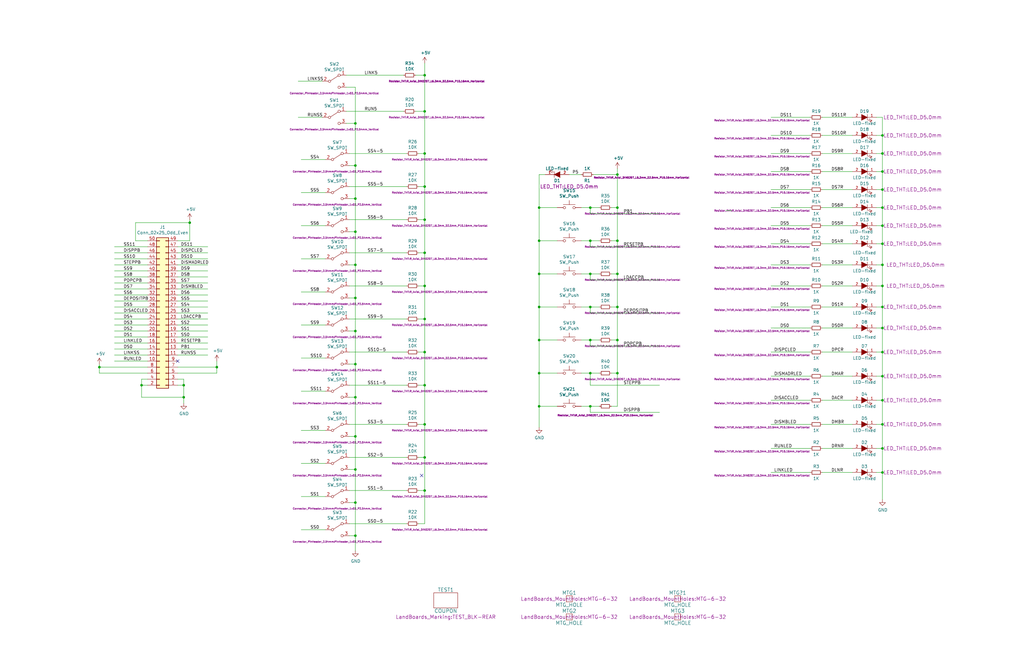
<source format=kicad_sch>
(kicad_sch (version 20211123) (generator eeschema)
  (paper "B")
  (title_block (title "ESP32-VGA") (date "2020-02-22") (rev "2") (company "land-boards.com"))
  (junction (at 179.07 207.01))
  (junction (at 260.35 101.6))
  (junction (at 372.11 111.76))
  (junction (at 179.07 31.75))
  (junction (at 179.07 78.74))
  (junction (at 149.86 52.07))
  (junction (at 149.86 125.73))
  (junction (at 179.07 64.77))
  (junction (at 149.86 153.67))
  (junction (at 372.11 138.43))
  (junction (at 227.33 101.6))
  (junction (at 248.92 87.63))
  (junction (at 179.07 134.62))
  (junction (at 227.33 129.54))
  (junction (at 227.33 157.48))
  (junction (at 91.44 154.94))
  (junction (at 248.92 101.6))
  (junction (at 149.86 226.06))
  (junction (at 149.86 69.85))
  (junction (at 248.92 143.51))
  (junction (at 372.11 72.39))
  (junction (at 248.92 115.57))
  (junction (at 260.35 157.48))
  (junction (at 179.07 162.56))
  (junction (at 179.07 179.07))
  (junction (at 227.33 143.51))
  (junction (at 260.35 73.66))
  (junction (at 372.11 87.63))
  (junction (at 80.01 93.98))
  (junction (at 227.33 87.63))
  (junction (at 149.86 111.76))
  (junction (at 179.07 92.71))
  (junction (at 149.86 167.64))
  (junction (at 372.11 120.65))
  (junction (at 41.91 154.94))
  (junction (at 372.11 158.75))
  (junction (at 260.35 129.54))
  (junction (at 149.86 212.09))
  (junction (at 77.47 167.64))
  (junction (at 372.11 199.39))
  (junction (at 149.86 139.7))
  (junction (at 372.11 168.91))
  (junction (at 372.11 95.25))
  (junction (at 77.47 162.56))
  (junction (at 260.35 115.57))
  (junction (at 372.11 102.87))
  (junction (at 59.69 162.56))
  (junction (at 149.86 83.82))
  (junction (at 179.07 120.65))
  (junction (at 372.11 57.15))
  (junction (at 372.11 64.77))
  (junction (at 179.07 106.68))
  (junction (at 248.92 171.45))
  (junction (at 149.86 198.12))
  (junction (at 179.07 148.59))
  (junction (at 372.11 189.23))
  (junction (at 372.11 129.54))
  (junction (at 179.07 193.04))
  (junction (at 179.07 46.99))
  (junction (at 227.33 115.57))
  (junction (at 372.11 80.01))
  (junction (at 248.92 157.48))
  (junction (at 149.86 97.79))
  (junction (at 372.11 179.07))
  (junction (at 149.86 184.15))
  (junction (at 372.11 148.59))
  (junction (at 260.35 87.63))
  (junction (at 248.92 129.54))
  (junction (at 260.35 143.51))
  (junction (at 227.33 171.45))
  (no_connect (at 74.93 152.4))
  (no_connect (at 177.8 200.66))
  (wire (pts (xy 245.11 115.57) (xy 248.92 115.57)))
  (wire (pts (xy 149.86 212.09) (xy 149.86 226.06)))
  (wire (pts (xy 62.23 144.78) (xy 48.26 144.78)))
  (wire (pts (xy 248.92 162.56) (xy 278.13 162.56)))
  (wire (pts (xy 147.32 162.56) (xy 171.45 162.56)))
  (wire (pts (xy 257.81 143.51) (xy 260.35 143.51)))
  (wire (pts (xy 245.11 157.48) (xy 248.92 157.48)))
  (wire (pts (xy 41.91 154.94) (xy 41.91 157.48)))
  (wire (pts (xy 147.32 120.65) (xy 171.45 120.65)))
  (wire (pts (xy 369.57 49.53) (xy 372.11 49.53)))
  (wire (pts (xy 341.63 148.59) (xy 325.12 148.59)))
  (wire (pts (xy 80.01 93.98) (xy 80.01 101.6)))
  (wire (pts (xy 248.92 173.99) (xy 278.13 173.99)))
  (wire (pts (xy 147.32 92.71) (xy 171.45 92.71)))
  (wire (pts (xy 372.11 129.54) (xy 372.11 120.65)))
  (wire (pts (xy 147.32 167.64) (xy 149.86 167.64)))
  (wire (pts (xy 346.71 138.43) (xy 359.41 138.43)))
  (wire (pts (xy 74.93 157.48) (xy 91.44 157.48)))
  (wire (pts (xy 179.07 46.99) (xy 179.07 64.77)))
  (wire (pts (xy 137.16 209.55) (xy 127 209.55)))
  (wire (pts (xy 62.23 111.76) (xy 48.26 111.76)))
  (wire (pts (xy 62.23 119.38) (xy 48.26 119.38)))
  (wire (pts (xy 149.86 36.83) (xy 146.05 36.83)))
  (wire (pts (xy 346.71 57.15) (xy 359.41 57.15)))
  (wire (pts (xy 372.11 179.07) (xy 372.11 168.91)))
  (wire (pts (xy 369.57 80.01) (xy 372.11 80.01)))
  (wire (pts (xy 245.11 73.66) (xy 240.03 73.66)))
  (wire (pts (xy 147.32 78.74) (xy 171.45 78.74)))
  (wire (pts (xy 260.35 143.51) (xy 260.35 129.54)))
  (wire (pts (xy 248.92 173.99) (xy 248.92 171.45)))
  (wire (pts (xy 137.16 165.1) (xy 127 165.1)))
  (wire (pts (xy 77.47 160.02) (xy 74.93 160.02)))
  (wire (pts (xy 245.11 143.51) (xy 248.92 143.51)))
  (wire (pts (xy 87.63 137.16) (xy 74.93 137.16)))
  (wire (pts (xy 260.35 101.6) (xy 260.35 87.63)))
  (wire (pts (xy 179.07 134.62) (xy 179.07 120.65)))
  (wire (pts (xy 227.33 87.63) (xy 234.95 87.63)))
  (wire (pts (xy 135.89 34.29) (xy 125.73 34.29)))
  (wire (pts (xy 179.07 179.07) (xy 176.53 179.07)))
  (wire (pts (xy 87.63 106.68) (xy 74.93 106.68)))
  (wire (pts (xy 87.63 132.08) (xy 74.93 132.08)))
  (wire (pts (xy 260.35 115.57) (xy 260.35 101.6)))
  (wire (pts (xy 369.57 199.39) (xy 372.11 199.39)))
  (wire (pts (xy 147.32 220.98) (xy 171.45 220.98)))
  (wire (pts (xy 227.33 73.66) (xy 229.87 73.66)))
  (wire (pts (xy 147.32 69.85) (xy 149.86 69.85)))
  (wire (pts (xy 147.32 97.79) (xy 149.86 97.79)))
  (wire (pts (xy 135.89 49.53) (xy 125.73 49.53)))
  (wire (pts (xy 137.16 109.22) (xy 127 109.22)))
  (wire (pts (xy 87.63 129.54) (xy 74.93 129.54)))
  (wire (pts (xy 62.23 162.56) (xy 59.69 162.56)))
  (wire (pts (xy 147.32 212.09) (xy 149.86 212.09)))
  (wire (pts (xy 227.33 171.45) (xy 227.33 157.48)))
  (wire (pts (xy 57.15 93.98) (xy 80.01 93.98)))
  (wire (pts (xy 137.16 95.25) (xy 127 95.25)))
  (wire (pts (xy 149.86 153.67) (xy 149.86 167.64)))
  (wire (pts (xy 149.86 52.07) (xy 149.86 36.83)))
  (wire (pts (xy 87.63 116.84) (xy 74.93 116.84)))
  (wire (pts (xy 147.32 134.62) (xy 171.45 134.62)))
  (wire (pts (xy 179.07 31.75) (xy 179.07 46.99)))
  (wire (pts (xy 87.63 114.3) (xy 74.93 114.3)))
  (wire (pts (xy 149.86 52.07) (xy 146.05 52.07)))
  (wire (pts (xy 227.33 143.51) (xy 227.33 129.54)))
  (wire (pts (xy 176.53 92.71) (xy 179.07 92.71)))
  (wire (pts (xy 346.71 129.54) (xy 359.41 129.54)))
  (wire (pts (xy 149.86 125.73) (xy 149.86 139.7)))
  (wire (pts (xy 248.92 115.57) (xy 252.73 115.57)))
  (wire (pts (xy 257.81 129.54) (xy 260.35 129.54)))
  (wire (pts (xy 341.63 199.39) (xy 325.12 199.39)))
  (wire (pts (xy 179.07 162.56) (xy 179.07 148.59)))
  (wire (pts (xy 74.93 154.94) (xy 91.44 154.94)))
  (wire (pts (xy 179.07 92.71) (xy 179.07 78.74)))
  (wire (pts (xy 41.91 154.94) (xy 62.23 154.94)))
  (wire (pts (xy 372.11 138.43) (xy 372.11 129.54)))
  (wire (pts (xy 346.71 179.07) (xy 359.41 179.07)))
  (wire (pts (xy 147.32 83.82) (xy 149.86 83.82)))
  (wire (pts (xy 179.07 26.67) (xy 179.07 31.75)))
  (wire (pts (xy 372.11 168.91) (xy 372.11 158.75)))
  (wire (pts (xy 179.07 220.98) (xy 176.53 220.98)))
  (wire (pts (xy 147.32 207.01) (xy 171.45 207.01)))
  (wire (pts (xy 248.92 132.08) (xy 278.13 132.08)))
  (wire (pts (xy 341.63 72.39) (xy 325.12 72.39)))
  (wire (pts (xy 248.92 157.48) (xy 252.73 157.48)))
  (wire (pts (xy 62.23 114.3) (xy 48.26 114.3)))
  (wire (pts (xy 62.23 116.84) (xy 48.26 116.84)))
  (wire (pts (xy 179.07 207.01) (xy 176.53 207.01)))
  (wire (pts (xy 77.47 162.56) (xy 74.93 162.56)))
  (wire (pts (xy 248.92 143.51) (xy 252.73 143.51)))
  (wire (pts (xy 146.05 31.75) (xy 170.18 31.75)))
  (wire (pts (xy 227.33 157.48) (xy 227.33 143.51)))
  (wire (pts (xy 245.11 101.6) (xy 248.92 101.6)))
  (wire (pts (xy 87.63 121.92) (xy 74.93 121.92)))
  (wire (pts (xy 87.63 119.38) (xy 74.93 119.38)))
  (wire (pts (xy 87.63 149.86) (xy 74.93 149.86)))
  (wire (pts (xy 369.57 129.54) (xy 372.11 129.54)))
  (wire (pts (xy 346.71 189.23) (xy 359.41 189.23)))
  (wire (pts (xy 87.63 144.78) (xy 74.93 144.78)))
  (wire (pts (xy 137.16 81.28) (xy 127 81.28)))
  (wire (pts (xy 62.23 139.7) (xy 48.26 139.7)))
  (wire (pts (xy 248.92 104.14) (xy 278.13 104.14)))
  (wire (pts (xy 62.23 104.14) (xy 48.26 104.14)))
  (wire (pts (xy 369.57 64.77) (xy 372.11 64.77)))
  (wire (pts (xy 147.32 111.76) (xy 149.86 111.76)))
  (wire (pts (xy 179.07 207.01) (xy 179.07 220.98)))
  (wire (pts (xy 248.92 129.54) (xy 248.92 132.08)))
  (wire (pts (xy 372.11 189.23) (xy 372.11 179.07)))
  (wire (pts (xy 149.86 97.79) (xy 149.86 111.76)))
  (wire (pts (xy 341.63 120.65) (xy 325.12 120.65)))
  (wire (pts (xy 369.57 179.07) (xy 372.11 179.07)))
  (wire (pts (xy 87.63 134.62) (xy 74.93 134.62)))
  (wire (pts (xy 369.57 111.76) (xy 372.11 111.76)))
  (wire (pts (xy 137.16 223.52) (xy 127 223.52)))
  (wire (pts (xy 41.91 154.94) (xy 41.91 153.67)))
  (wire (pts (xy 369.57 102.87) (xy 372.11 102.87)))
  (wire (pts (xy 149.86 226.06) (xy 149.86 232.41)))
  (wire (pts (xy 87.63 109.22) (xy 74.93 109.22)))
  (wire (pts (xy 59.69 160.02) (xy 62.23 160.02)))
  (wire (pts (xy 372.11 64.77) (xy 372.11 57.15)))
  (wire (pts (xy 62.23 142.24) (xy 48.26 142.24)))
  (wire (pts (xy 62.23 121.92) (xy 48.26 121.92)))
  (wire (pts (xy 245.11 87.63) (xy 248.92 87.63)))
  (wire (pts (xy 260.35 157.48) (xy 260.35 143.51)))
  (wire (pts (xy 41.91 157.48) (xy 62.23 157.48)))
  (wire (pts (xy 147.32 125.73) (xy 149.86 125.73)))
  (wire (pts (xy 369.57 120.65) (xy 372.11 120.65)))
  (wire (pts (xy 248.92 146.05) (xy 278.13 146.05)))
  (wire (pts (xy 341.63 95.25) (xy 325.12 95.25)))
  (wire (pts (xy 341.63 111.76) (xy 325.12 111.76)))
  (wire (pts (xy 176.53 78.74) (xy 179.07 78.74)))
  (wire (pts (xy 341.63 57.15) (xy 325.12 57.15)))
  (wire (pts (xy 227.33 101.6) (xy 227.33 87.63)))
  (wire (pts (xy 341.63 179.07) (xy 325.12 179.07)))
  (wire (pts (xy 346.71 64.77) (xy 359.41 64.77)))
  (wire (pts (xy 346.71 87.63) (xy 359.41 87.63)))
  (wire (pts (xy 62.23 149.86) (xy 48.26 149.86)))
  (wire (pts (xy 257.81 87.63) (xy 260.35 87.63)))
  (wire (pts (xy 260.35 71.12) (xy 260.35 73.66)))
  (wire (pts (xy 248.92 146.05) (xy 248.92 143.51)))
  (wire (pts (xy 87.63 104.14) (xy 74.93 104.14)))
  (wire (pts (xy 149.86 198.12) (xy 149.86 212.09)))
  (wire (pts (xy 227.33 115.57) (xy 234.95 115.57)))
  (wire (pts (xy 77.47 167.64) (xy 77.47 170.18)))
  (wire (pts (xy 62.23 127) (xy 48.26 127)))
  (wire (pts (xy 62.23 124.46) (xy 48.26 124.46)))
  (wire (pts (xy 147.32 179.07) (xy 171.45 179.07)))
  (wire (pts (xy 87.63 139.7) (xy 74.93 139.7)))
  (wire (pts (xy 179.07 148.59) (xy 179.07 134.62)))
  (wire (pts (xy 176.53 162.56) (xy 179.07 162.56)))
  (wire (pts (xy 227.33 129.54) (xy 227.33 115.57)))
  (wire (pts (xy 179.07 78.74) (xy 179.07 64.77)))
  (wire (pts (xy 341.63 64.77) (xy 325.12 64.77)))
  (wire (pts (xy 77.47 162.56) (xy 77.47 160.02)))
  (wire (pts (xy 149.86 111.76) (xy 149.86 125.73)))
  (wire (pts (xy 369.57 72.39) (xy 372.11 72.39)))
  (wire (pts (xy 227.33 115.57) (xy 227.33 101.6)))
  (wire (pts (xy 175.26 31.75) (xy 179.07 31.75)))
  (wire (pts (xy 149.86 139.7) (xy 149.86 153.67)))
  (wire (pts (xy 179.07 193.04) (xy 179.07 207.01)))
  (wire (pts (xy 147.32 64.77) (xy 171.45 64.77)))
  (wire (pts (xy 59.69 162.56) (xy 59.69 160.02)))
  (wire (pts (xy 149.86 69.85) (xy 149.86 83.82)))
  (wire (pts (xy 245.11 171.45) (xy 248.92 171.45)))
  (wire (pts (xy 369.57 57.15) (xy 372.11 57.15)))
  (wire (pts (xy 77.47 167.64) (xy 77.47 162.56)))
  (wire (pts (xy 248.92 101.6) (xy 252.73 101.6)))
  (wire (pts (xy 137.16 195.58) (xy 127 195.58)))
  (wire (pts (xy 87.63 124.46) (xy 74.93 124.46)))
  (wire (pts (xy 372.11 80.01) (xy 372.11 72.39)))
  (wire (pts (xy 80.01 93.98) (xy 80.01 92.71)))
  (wire (pts (xy 149.86 83.82) (xy 149.86 97.79)))
  (wire (pts (xy 341.63 129.54) (xy 325.12 129.54)))
  (wire (pts (xy 147.32 193.04) (xy 171.45 193.04)))
  (wire (pts (xy 257.81 171.45) (xy 260.35 171.45)))
  (wire (pts (xy 372.11 72.39) (xy 372.11 64.77)))
  (wire (pts (xy 62.23 147.32) (xy 48.26 147.32)))
  (wire (pts (xy 179.07 179.07) (xy 179.07 193.04)))
  (wire (pts (xy 176.53 64.77) (xy 179.07 64.77)))
  (wire (pts (xy 87.63 142.24) (xy 74.93 142.24)))
  (wire (pts (xy 137.16 137.16) (xy 127 137.16)))
  (wire (pts (xy 257.81 101.6) (xy 260.35 101.6)))
  (wire (pts (xy 248.92 162.56) (xy 248.92 157.48)))
  (wire (pts (xy 227.33 180.34) (xy 227.33 171.45)))
  (wire (pts (xy 346.71 72.39) (xy 359.41 72.39)))
  (wire (pts (xy 346.71 158.75) (xy 359.41 158.75)))
  (wire (pts (xy 372.11 102.87) (xy 372.11 95.25)))
  (wire (pts (xy 245.11 129.54) (xy 248.92 129.54)))
  (wire (pts (xy 147.32 184.15) (xy 149.86 184.15)))
  (wire (pts (xy 369.57 158.75) (xy 372.11 158.75)))
  (wire (pts (xy 359.41 168.91) (xy 346.71 168.91)))
  (wire (pts (xy 260.35 129.54) (xy 260.35 115.57)))
  (wire (pts (xy 62.23 132.08) (xy 48.26 132.08)))
  (wire (pts (xy 346.71 120.65) (xy 359.41 120.65)))
  (wire (pts (xy 87.63 111.76) (xy 74.93 111.76)))
  (wire (pts (xy 372.11 199.39) (xy 372.11 210.82)))
  (wire (pts (xy 147.32 139.7) (xy 149.86 139.7)))
  (wire (pts (xy 87.63 127) (xy 74.93 127)))
  (wire (pts (xy 359.41 111.76) (xy 346.71 111.76)))
  (wire (pts (xy 147.32 153.67) (xy 149.86 153.67)))
  (wire (pts (xy 147.32 198.12) (xy 149.86 198.12)))
  (wire (pts (xy 248.92 129.54) (xy 252.73 129.54)))
  (wire (pts (xy 179.07 120.65) (xy 179.07 106.68)))
  (wire (pts (xy 278.13 118.11) (xy 248.92 118.11)))
  (wire (pts (xy 137.16 151.13) (xy 127 151.13)))
  (wire (pts (xy 346.71 148.59) (xy 359.41 148.59)))
  (wire (pts (xy 62.23 101.6) (xy 57.15 101.6)))
  (wire (pts (xy 176.53 134.62) (xy 179.07 134.62)))
  (wire (pts (xy 248.92 87.63) (xy 248.92 90.17)))
  (wire (pts (xy 248.92 171.45) (xy 252.73 171.45)))
  (wire (pts (xy 369.57 148.59) (xy 372.11 148.59)))
  (wire (pts (xy 179.07 162.56) (xy 179.07 179.07)))
  (wire (pts (xy 227.33 157.48) (xy 234.95 157.48)))
  (wire (pts (xy 62.23 109.22) (xy 48.26 109.22)))
  (wire (pts (xy 62.23 152.4) (xy 48.26 152.4)))
  (wire (pts (xy 341.63 49.53) (xy 325.12 49.53)))
  (wire (pts (xy 369.57 95.25) (xy 372.11 95.25)))
  (wire (pts (xy 372.11 199.39) (xy 372.11 189.23)))
  (wire (pts (xy 147.32 226.06) (xy 149.86 226.06)))
  (wire (pts (xy 248.92 104.14) (xy 248.92 101.6)))
  (wire (pts (xy 62.23 134.62) (xy 48.26 134.62)))
  (wire (pts (xy 341.63 87.63) (xy 325.12 87.63)))
  (wire (pts (xy 57.15 101.6) (xy 57.15 93.98)))
  (wire (pts (xy 149.86 167.64) (xy 149.86 184.15)))
  (wire (pts (xy 227.33 143.51) (xy 234.95 143.51)))
  (wire (pts (xy 176.53 148.59) (xy 179.07 148.59)))
  (wire (pts (xy 147.32 148.59) (xy 171.45 148.59)))
  (wire (pts (xy 257.81 115.57) (xy 260.35 115.57)))
  (wire (pts (xy 176.53 120.65) (xy 179.07 120.65)))
  (wire (pts (xy 346.71 102.87) (xy 359.41 102.87)))
  (wire (pts (xy 137.16 181.61) (xy 127 181.61)))
  (wire (pts (xy 62.23 137.16) (xy 48.26 137.16)))
  (wire (pts (xy 91.44 154.94) (xy 91.44 152.4)))
  (wire (pts (xy 176.53 106.68) (xy 179.07 106.68)))
  (wire (pts (xy 372.11 111.76) (xy 372.11 102.87)))
  (wire (pts (xy 346.71 95.25) (xy 359.41 95.25)))
  (wire (pts (xy 308.61 88.9) (xy 306.07 88.9)))
  (wire (pts (xy 341.63 80.01) (xy 325.12 80.01)))
  (wire (pts (xy 179.07 193.04) (xy 176.53 193.04)))
  (wire (pts (xy 346.71 49.53) (xy 359.41 49.53)))
  (wire (pts (xy 257.81 157.48) (xy 260.35 157.48)))
  (wire (pts (xy 369.57 87.63) (xy 372.11 87.63)))
  (wire (pts (xy 227.33 101.6) (xy 234.95 101.6)))
  (wire (pts (xy 341.63 138.43) (xy 325.12 138.43)))
  (wire (pts (xy 359.41 80.01) (xy 346.71 80.01)))
  (wire (pts (xy 372.11 87.63) (xy 372.11 80.01)))
  (wire (pts (xy 278.13 90.17) (xy 248.92 90.17)))
  (wire (pts (xy 227.33 73.66) (xy 227.33 87.63)))
  (wire (pts (xy 346.71 199.39) (xy 359.41 199.39)))
  (wire (pts (xy 372.11 120.65) (xy 372.11 111.76)))
  (wire (pts (xy 80.01 101.6) (xy 74.93 101.6)))
  (wire (pts (xy 179.07 106.68) (xy 179.07 92.71)))
  (wire (pts (xy 146.05 46.99) (xy 170.18 46.99)))
  (wire (pts (xy 149.86 69.85) (xy 149.86 52.07)))
  (wire (pts (xy 341.63 168.91) (xy 325.12 168.91)))
  (wire (pts (xy 369.57 138.43) (xy 372.11 138.43)))
  (wire (pts (xy 260.35 171.45) (xy 260.35 157.48)))
  (wire (pts (xy 59.69 167.64) (xy 77.47 167.64)))
  (wire (pts (xy 372.11 95.25) (xy 372.11 87.63)))
  (wire (pts (xy 341.63 189.23) (xy 325.12 189.23)))
  (wire (pts (xy 341.63 158.75) (xy 325.12 158.75)))
  (wire (pts (xy 372.11 57.15) (xy 372.11 49.53)))
  (wire (pts (xy 137.16 67.31) (xy 127 67.31)))
  (wire (pts (xy 149.86 184.15) (xy 149.86 198.12)))
  (wire (pts (xy 341.63 102.87) (xy 325.12 102.87)))
  (wire (pts (xy 62.23 129.54) (xy 48.26 129.54)))
  (wire (pts (xy 369.57 189.23) (xy 372.11 189.23)))
  (wire (pts (xy 260.35 87.63) (xy 260.35 73.66)))
  (wire (pts (xy 175.26 46.99) (xy 179.07 46.99)))
  (wire (pts (xy 62.23 106.68) (xy 48.26 106.68)))
  (wire (pts (xy 369.57 168.91) (xy 372.11 168.91)))
  (wire (pts (xy 248.92 87.63) (xy 252.73 87.63)))
  (wire (pts (xy 250.19 73.66) (xy 260.35 73.66)))
  (wire (pts (xy 227.33 171.45) (xy 234.95 171.45)))
  (wire (pts (xy 87.63 147.32) (xy 74.93 147.32)))
  (wire (pts (xy 372.11 158.75) (xy 372.11 148.59)))
  (wire (pts (xy 227.33 129.54) (xy 234.95 129.54)))
  (wire (pts (xy 137.16 123.19) (xy 127 123.19)))
  (wire (pts (xy 91.44 157.48) (xy 91.44 154.94)))
  (wire (pts (xy 59.69 162.56) (xy 59.69 167.64)))
  (wire (pts (xy 248.92 118.11) (xy 248.92 115.57)))
  (wire (pts (xy 147.32 106.68) (xy 171.45 106.68)))
  (wire (pts (xy 372.11 148.59) (xy 372.11 138.43)))
  (label "SS11-5" (at 154.94 162.56 0))
  (label "DS10" (at 76.2 109.22 0))
  (label "DRNR" (at 350.52 189.23 0))
  (label "SS11" (at 130.81 165.1 0))
  (label "DPCR" (at 350.52 148.59 0))
  (label "PDPCPB" (at 52.07 119.38 0))
  (label "RUN5" (at 153.67 46.99 0))
  (label "SS2-5" (at 154.94 193.04 0))
  (label "DS6R" (at 350.52 87.63 0))
  (label "DS5R" (at 350.52 95.25 0))
  (label "SS3-5" (at 154.94 179.07 0))
  (label "SS7-5" (at 154.94 106.68 0))
  (label "RUNLED" (at 326.39 189.23 0))
  (label "P5" (at 241.3 73.66 0))
  (label "DS4" (at 52.07 134.62 0))
  (label "SS8" (at 52.07 116.84 0))
  (label "DS3" (at 328.93 111.76 0))
  (label "RESETPB" (at 262.89 104.14 0))
  (label "DS1R" (at 350.52 129.54 0))
  (label "DS0" (at 328.93 138.43 0))
  (label "DS10R" (at 350.52 57.15 0))
  (label "SS3" (at 130.81 181.61 0))
  (label "DS11" (at 328.93 49.53 0))
  (label "DISACCLED" (at 326.39 168.91 0))
  (label "PB1" (at 76.2 147.32 0))
  (label "DS0" (at 52.07 147.32 0))
  (label "DS9" (at 328.93 64.77 0))
  (label "DISMBLED" (at 76.2 121.92 0))
  (label "DISACCLED" (at 52.07 132.08 0))
  (label "LDACCPB" (at 262.89 118.11 0))
  (label "SS1" (at 76.2 139.7 0))
  (label "DS9" (at 76.2 114.3 0))
  (label "DS2" (at 52.07 139.7 0))
  (label "DS7R" (at 350.52 80.01 0))
  (label "SS3" (at 76.2 132.08 0))
  (label "DISPPB" (at 262.89 173.99 0))
  (label "DS5" (at 328.93 95.25 0))
  (label "DS4" (at 328.93 102.87 0))
  (label "SS1" (at 130.81 209.55 0))
  (label "STEPPB" (at 262.89 162.56 0))
  (label "SS8" (at 130.81 123.19 0))
  (label "LINKLED" (at 326.39 199.39 0))
  (label "DEPOSITPB" (at 262.89 132.08 0))
  (label "SS6" (at 52.07 124.46 0))
  (label "DS3R" (at 350.52 111.76 0))
  (label "SS1-5" (at 154.94 207.01 0))
  (label "LINKLED" (at 52.07 144.78 0))
  (label "DLNR" (at 350.52 199.39 0))
  (label "DS1" (at 52.07 142.24 0))
  (label "SS9" (at 130.81 137.16 0))
  (label "RUNSS" (at 76.2 149.86 0))
  (label "SS9-5" (at 154.94 134.62 0))
  (label "RUNLED" (at 52.07 152.4 0))
  (label "DS2" (at 328.93 120.65 0))
  (label "DISMADRLED" (at 76.2 111.76 0))
  (label "DISPCLED" (at 76.2 106.68 0))
  (label "SS5" (at 76.2 127 0))
  (label "DS0R" (at 350.52 138.43 0))
  (label "SS0" (at 130.81 223.52 0))
  (label "SS8-5" (at 154.94 120.65 0))
  (label "SS7" (at 76.2 119.38 0))
  (label "SS10" (at 52.07 109.22 0))
  (label "SS9" (at 52.07 114.3 0))
  (label "DS9R" (at 350.52 64.77 0))
  (label "SS4" (at 130.81 67.31 0))
  (label "DS10" (at 328.93 57.15 0))
  (label "STEPPB" (at 52.07 111.76 0))
  (label "SS0-5" (at 154.94 220.98 0))
  (label "DISMBLED" (at 326.39 179.07 0))
  (label "LINKSS" (at 52.07 149.86 0))
  (label "SS6" (at 130.81 95.25 0))
  (label "SS2" (at 76.2 137.16 0))
  (label "DISPPB" (at 52.07 106.68 0))
  (label "SS10" (at 130.81 151.13 0))
  (label "DS7" (at 52.07 121.92 0))
  (label "DS7" (at 328.93 80.01 0))
  (label "DEPOSITPB" (at 52.07 127 0))
  (label "SS4-5" (at 154.94 64.77 0))
  (label "SS4" (at 76.2 129.54 0))
  (label "PDPCPB" (at 262.89 146.05 0))
  (label "SS5-5" (at 154.94 78.74 0))
  (label "DS1" (at 328.93 129.54 0))
  (label "DS11R" (at 350.52 49.53 0))
  (label "LDACCPB" (at 76.2 134.62 0))
  (label "DS6" (at 76.2 124.46 0))
  (label "DMAR" (at 350.52 158.75 0))
  (label "SS0" (at 76.2 142.24 0))
  (label "PB1" (at 262.89 90.17 0))
  (label "DS3" (at 52.07 137.16 0))
  (label "LINK5" (at 153.67 31.75 0))
  (label "DISMADRLED" (at 326.39 158.75 0))
  (label "SS2" (at 130.81 195.58 0))
  (label "DS2R" (at 350.52 120.65 0))
  (label "SS5" (at 130.81 81.28 0))
  (label "LINKSS" (at 129.54 34.29 0))
  (label "DS8R" (at 350.52 72.39 0))
  (label "DS5" (at 52.07 129.54 0))
  (label "SS10-5" (at 154.94 148.59 0))
  (label "RUNSS" (at 129.54 49.53 0))
  (label "DS6" (at 328.93 87.63 0))
  (label "DS8" (at 328.93 72.39 0))
  (label "SS11" (at 52.07 104.14 0))
  (label "DACR" (at 350.52 168.91 0))
  (label "DS4R" (at 350.52 102.87 0))
  (label "SS7" (at 130.81 109.22 0))
  (label "DS11" (at 76.2 104.14 0))
  (label "RESETPB" (at 76.2 144.78 0))
  (label "SS6-5" (at 154.94 92.71 0))
  (label "DMBR" (at 350.52 179.07 0))
  (label "DISPCLED" (at 326.39 148.59 0))
  (label "DS8" (at 76.2 116.84 0))
  (symbol (lib_id "LandBoards:MTG_HOLE") (at 285.75 252.73 0) (unit 1)
    (property "Reference" "MTG?1" (at 285.75 250.19 0) (effects (font (size 1.524 1.524))))
    (property "Value" "MTG_HOLE" (at 285.75 255.27 0) (effects (font (size 1.524 1.524))))
    (property "Footprint" "LandBoards_MountHoles:MTG-6-32" (at 285.75 252.73 0) (effects (font (size 1.524 1.524))))
  )
  (symbol (lib_id "LandBoards:MTG_HOLE") (at 240.03 260.35 0) (unit 1)
    (property "Reference" "MTG2" (at 240.03 257.81 0) (effects (font (size 1.524 1.524))))
    (property "Value" "MTG_HOLE" (at 240.03 262.89 0) (effects (font (size 1.524 1.524))))
    (property "Footprint" "LandBoards_MountHoles:MTG-6-32" (at 240.03 260.35 0) (effects (font (size 1.524 1.524))))
  )
  (symbol (lib_id "LandBoards:MTG_HOLE") (at 285.75 260.35 0) (unit 1)
    (property "Reference" "MTG3" (at 285.75 257.81 0) (effects (font (size 1.524 1.524))))
    (property "Value" "MTG_HOLE" (at 285.75 262.89 0) (effects (font (size 1.524 1.524))))
    (property "Footprint" "LandBoards_MountHoles:MTG-6-32" (at 285.75 260.35 0) (effects (font (size 1.524 1.524))))
  )
  (symbol (lib_id "LandBoards:MTG_HOLE") (at 240.03 252.73 0) (unit 1)
    (property "Reference" "MTG1" (at 240.03 250.19 0) (effects (font (size 1.524 1.524))))
    (property "Value" "MTG_HOLE" (at 240.03 255.27 0) (effects (font (size 1.524 1.524))))
    (property "Footprint" "LandBoards_MountHoles:MTG-6-32" (at 240.03 252.73 0) (effects (font (size 1.524 1.524))))
  )
  (symbol (lib_id "LandBoards:COUPON") (at 187.96 256.54 0) (unit 1)
    (property "Reference" "TEST1" (at 187.96 248.92 0) (effects (font (size 1.524 1.524))))
    (property "Value" "COUPON" (at 187.96 257.81 0) (effects (font (size 1.524 1.524))))
    (property "Footprint" "LandBoards_Marking:TEST_BLK-REAR" (at 187.96 260.35 0) (effects (font (size 1.524 1.524))))
  )
  (symbol (lib_id "Switch:SW_SPDT") (at 142.24 67.31 0) (unit 1)
    (property "Reference" "SW7" (at 142.24 60.071 0))
    (property "Value" "SW_SPDT" (at 142.24 62.3824 0))
    (property "Footprint" "Connector_PinHeader_2.54mm:PinHeader_1x03_P2.54mm_Vertical" (at 142.24 72.39 0) (effects (font (size 0.762 0.762))))
  )
  (symbol (lib_id "Device:R_Small") (at 344.17 49.53 270) (unit 1)
    (property "Reference" "R19" (at 344.17 46.99 90))
    (property "Value" "1K" (at 344.17 52.07 90))
    (property "Footprint" "Resistor_THT:R_Axial_DIN0207_L6.3mm_D2.5mm_P10.16mm_Horizontal" (at 321.31 50.8 90) (effects (font (size 0.762 0.762))))
  )
  (symbol (lib_id "Device:R_Small") (at 344.17 57.15 270) (unit 1)
    (property "Reference" "R18" (at 344.17 54.61 90))
    (property "Value" "1K" (at 344.17 59.69 90))
    (property "Footprint" "Resistor_THT:R_Axial_DIN0207_L6.3mm_D2.5mm_P10.16mm_Horizontal" (at 321.31 58.42 90) (effects (font (size 0.762 0.762))))
  )
  (symbol (lib_id "Device:R_Small") (at 344.17 64.77 270) (unit 1)
    (property "Reference" "R17" (at 344.17 62.23 90))
    (property "Value" "1K" (at 344.17 67.31 90))
    (property "Footprint" "Resistor_THT:R_Axial_DIN0207_L6.3mm_D2.5mm_P10.16mm_Horizontal" (at 321.31 66.04 90) (effects (font (size 0.762 0.762))))
  )
  (symbol (lib_id "Device:R_Small") (at 344.17 72.39 270) (unit 1)
    (property "Reference" "R16" (at 344.17 69.85 90))
    (property "Value" "1K" (at 344.17 74.93 90))
    (property "Footprint" "Resistor_THT:R_Axial_DIN0207_L6.3mm_D2.5mm_P10.16mm_Horizontal" (at 321.31 73.66 90) (effects (font (size 0.762 0.762))))
  )
  (symbol (lib_id "Device:R_Small") (at 344.17 80.01 270) (unit 1)
    (property "Reference" "R15" (at 344.17 77.47 90))
    (property "Value" "1K" (at 344.17 82.55 90))
    (property "Footprint" "Resistor_THT:R_Axial_DIN0207_L6.3mm_D2.5mm_P10.16mm_Horizontal" (at 321.31 81.28 90) (effects (font (size 0.762 0.762))))
  )
  (symbol (lib_id "Device:R_Small") (at 344.17 87.63 270) (unit 1)
    (property "Reference" "R14" (at 344.17 85.09 90))
    (property "Value" "1K" (at 344.17 90.17 90))
    (property "Footprint" "Resistor_THT:R_Axial_DIN0207_L6.3mm_D2.5mm_P10.16mm_Horizontal" (at 321.31 88.9 90) (effects (font (size 0.762 0.762))))
  )
  (symbol (lib_id "Device:R_Small") (at 344.17 95.25 270) (unit 1)
    (property "Reference" "R13" (at 344.17 92.71 90))
    (property "Value" "1K" (at 344.17 97.79 90))
    (property "Footprint" "Resistor_THT:R_Axial_DIN0207_L6.3mm_D2.5mm_P10.16mm_Horizontal" (at 321.31 96.52 90) (effects (font (size 0.762 0.762))))
  )
  (symbol (lib_id "Device:R_Small") (at 344.17 102.87 270) (unit 1)
    (property "Reference" "R12" (at 344.17 100.33 90))
    (property "Value" "1K" (at 344.17 105.41 90))
    (property "Footprint" "Resistor_THT:R_Axial_DIN0207_L6.3mm_D2.5mm_P10.16mm_Horizontal" (at 321.31 104.14 90) (effects (font (size 0.762 0.762))))
  )
  (symbol (lib_id "Device:R_Small") (at 173.99 64.77 270) (unit 1)
    (property "Reference" "R26" (at 173.99 59.7916 90))
    (property "Value" "10K" (at 173.99 62.103 90))
    (property "Footprint" "Resistor_THT:R_Axial_DIN0207_L6.3mm_D2.5mm_P10.16mm_Horizontal" (at 185.42 67.31 90) (effects (font (size 0.762 0.762))))
  )
  (symbol (lib_id "Switch:SW_SPDT") (at 142.24 81.28 0) (unit 1)
    (property "Reference" "SW8" (at 142.24 74.041 0))
    (property "Value" "SW_SPDT" (at 142.24 76.3524 0))
    (property "Footprint" "Connector_PinHeader_2.54mm:PinHeader_1x03_P2.54mm_Vertical" (at 142.24 86.36 0) (effects (font (size 0.762 0.762))))
  )
  (symbol (lib_id "Switch:SW_SPDT") (at 142.24 95.25 0) (unit 1)
    (property "Reference" "SW9" (at 142.24 88.011 0))
    (property "Value" "SW_SPDT" (at 142.24 90.3224 0))
    (property "Footprint" "Connector_PinHeader_2.54mm:PinHeader_1x03_P2.54mm_Vertical" (at 142.24 100.33 0) (effects (font (size 0.762 0.762))))
  )
  (symbol (lib_id "Switch:SW_SPDT") (at 142.24 109.22 0) (unit 1)
    (property "Reference" "SW10" (at 142.24 101.981 0))
    (property "Value" "SW_SPDT" (at 142.24 104.2924 0))
    (property "Footprint" "Connector_PinHeader_2.54mm:PinHeader_1x03_P2.54mm_Vertical" (at 142.24 114.3 0) (effects (font (size 0.762 0.762))))
  )
  (symbol (lib_id "Switch:SW_SPDT") (at 142.24 123.19 0) (unit 1)
    (property "Reference" "SW11" (at 142.24 115.951 0))
    (property "Value" "SW_SPDT" (at 142.24 118.2624 0))
    (property "Footprint" "Connector_PinHeader_2.54mm:PinHeader_1x03_P2.54mm_Vertical" (at 142.24 128.27 0) (effects (font (size 0.762 0.762))))
  )
  (symbol (lib_id "Switch:SW_SPDT") (at 142.24 137.16 0) (unit 1)
    (property "Reference" "SW12" (at 142.24 129.921 0))
    (property "Value" "SW_SPDT" (at 142.24 132.2324 0))
    (property "Footprint" "Connector_PinHeader_2.54mm:PinHeader_1x03_P2.54mm_Vertical" (at 142.24 142.24 0) (effects (font (size 0.762 0.762))))
  )
  (symbol (lib_id "Switch:SW_SPDT") (at 142.24 151.13 0) (unit 1)
    (property "Reference" "SW13" (at 142.24 143.891 0))
    (property "Value" "SW_SPDT" (at 142.24 146.2024 0))
    (property "Footprint" "Connector_PinHeader_2.54mm:PinHeader_1x03_P2.54mm_Vertical" (at 142.24 156.21 0) (effects (font (size 0.762 0.762))))
  )
  (symbol (lib_id "Switch:SW_SPDT") (at 142.24 165.1 0) (unit 1)
    (property "Reference" "SW14" (at 142.24 157.861 0))
    (property "Value" "SW_SPDT" (at 142.24 160.1724 0))
    (property "Footprint" "Connector_PinHeader_2.54mm:PinHeader_1x03_P2.54mm_Vertical" (at 142.24 170.18 0) (effects (font (size 0.762 0.762))))
  )
  (symbol (lib_id "Device:R_Small") (at 173.99 78.74 270) (unit 1)
    (property "Reference" "R27" (at 173.99 73.7616 90))
    (property "Value" "10K" (at 173.99 76.073 90))
    (property "Footprint" "Resistor_THT:R_Axial_DIN0207_L6.3mm_D2.5mm_P10.16mm_Horizontal" (at 185.42 81.28 90) (effects (font (size 0.762 0.762))))
  )
  (symbol (lib_id "Device:R_Small") (at 173.99 92.71 270) (unit 1)
    (property "Reference" "R28" (at 173.99 87.7316 90))
    (property "Value" "10K" (at 173.99 90.043 90))
    (property "Footprint" "Resistor_THT:R_Axial_DIN0207_L6.3mm_D2.5mm_P10.16mm_Horizontal" (at 185.42 95.25 90) (effects (font (size 0.762 0.762))))
  )
  (symbol (lib_id "Device:R_Small") (at 173.99 106.68 270) (unit 1)
    (property "Reference" "R29" (at 173.99 101.7016 90))
    (property "Value" "10K" (at 173.99 104.013 90))
    (property "Footprint" "Resistor_THT:R_Axial_DIN0207_L6.3mm_D2.5mm_P10.16mm_Horizontal" (at 185.42 109.22 90) (effects (font (size 0.762 0.762))))
  )
  (symbol (lib_id "Device:R_Small") (at 173.99 120.65 270) (unit 1)
    (property "Reference" "R30" (at 173.99 115.6716 90))
    (property "Value" "10K" (at 173.99 117.983 90))
    (property "Footprint" "Resistor_THT:R_Axial_DIN0207_L6.3mm_D2.5mm_P10.16mm_Horizontal" (at 185.42 123.19 90) (effects (font (size 0.762 0.762))))
  )
  (symbol (lib_id "Device:R_Small") (at 173.99 134.62 270) (unit 1)
    (property "Reference" "R31" (at 173.99 129.6416 90))
    (property "Value" "10K" (at 173.99 131.953 90))
    (property "Footprint" "Resistor_THT:R_Axial_DIN0207_L6.3mm_D2.5mm_P10.16mm_Horizontal" (at 185.42 137.16 90) (effects (font (size 0.762 0.762))))
  )
  (symbol (lib_id "Device:R_Small") (at 173.99 148.59 270) (unit 1)
    (property "Reference" "R32" (at 173.99 143.6116 90))
    (property "Value" "10K" (at 173.99 145.923 90))
    (property "Footprint" "Resistor_THT:R_Axial_DIN0207_L6.3mm_D2.5mm_P10.16mm_Horizontal" (at 185.42 151.13 90) (effects (font (size 0.762 0.762))))
  )
  (symbol (lib_id "Device:R_Small") (at 173.99 162.56 270) (unit 1)
    (property "Reference" "R33" (at 173.99 157.5816 90))
    (property "Value" "10K" (at 173.99 159.893 90))
    (property "Footprint" "Resistor_THT:R_Axial_DIN0207_L6.3mm_D2.5mm_P10.16mm_Horizontal" (at 185.42 165.1 90) (effects (font (size 0.762 0.762))))
  )
  (symbol (lib_id "Device:R_Small") (at 255.27 87.63 270) (unit 1)
    (property "Reference" "R35" (at 255.27 82.6516 90))
    (property "Value" "10K" (at 255.27 84.963 90))
    (property "Footprint" "Resistor_THT:R_Axial_DIN0207_L6.3mm_D2.5mm_P10.16mm_Horizontal" (at 266.7 90.17 90) (effects (font (size 0.762 0.762))))
  )
  (symbol (lib_id "Device:R_Small") (at 255.27 101.6 270) (unit 1)
    (property "Reference" "R36" (at 255.27 96.6216 90))
    (property "Value" "10K" (at 255.27 98.933 90))
    (property "Footprint" "Resistor_THT:R_Axial_DIN0207_L6.3mm_D2.5mm_P10.16mm_Horizontal" (at 266.7 104.14 90) (effects (font (size 0.762 0.762))))
  )
  (symbol (lib_id "Device:R_Small") (at 255.27 115.57 270) (unit 1)
    (property "Reference" "R37" (at 255.27 110.5916 90))
    (property "Value" "10K" (at 255.27 112.903 90))
    (property "Footprint" "Resistor_THT:R_Axial_DIN0207_L6.3mm_D2.5mm_P10.16mm_Horizontal" (at 266.7 118.11 90) (effects (font (size 0.762 0.762))))
  )
  (symbol (lib_id "Device:R_Small") (at 255.27 129.54 270) (unit 1)
    (property "Reference" "R38" (at 255.27 124.5616 90))
    (property "Value" "10K" (at 255.27 126.873 90))
    (property "Footprint" "Resistor_THT:R_Axial_DIN0207_L6.3mm_D2.5mm_P10.16mm_Horizontal" (at 266.7 132.08 90) (effects (font (size 0.762 0.762))))
  )
  (symbol (lib_id "Device:R_Small") (at 255.27 143.51 270) (unit 1)
    (property "Reference" "R39" (at 255.27 138.5316 90))
    (property "Value" "10K" (at 255.27 140.843 90))
    (property "Footprint" "Resistor_THT:R_Axial_DIN0207_L6.3mm_D2.5mm_P10.16mm_Horizontal" (at 266.7 146.05 90) (effects (font (size 0.762 0.762))))
  )
  (symbol (lib_id "Device:R_Small") (at 255.27 157.48 270) (unit 1)
    (property "Reference" "R40" (at 255.27 152.5016 90))
    (property "Value" "10K" (at 255.27 154.813 90))
    (property "Footprint" "Resistor_THT:R_Axial_DIN0207_L6.3mm_D2.5mm_P10.16mm_Horizontal" (at 266.7 160.02 90) (effects (font (size 0.762 0.762))))
  )
  (symbol (lib_id "Device:R_Small") (at 255.27 171.45 270) (unit 1)
    (property "Reference" "R41" (at 255.27 166.4716 90))
    (property "Value" "10K" (at 255.27 168.783 90))
    (property "Footprint" "Resistor_THT:R_Axial_DIN0207_L6.3mm_D2.5mm_P10.16mm_Horizontal" (at 255.27 175.26 90) (effects (font (size 0.762 0.762))))
  )
  (symbol (lib_id "LandBoards_Semis:LED-fixed") (at 364.49 49.53 0) (unit 1)
    (property "Reference" "D19" (at 364.49 46.99 0))
    (property "Value" "LED-fixed" (at 364.49 52.07 0))
    (property "Footprint" "LED_THT:LED_D5.0mm" (at 384.81 49.53 0) (effects (font (size 1.524 1.524))))
  )
  (symbol (lib_id "LandBoards_Semis:LED-fixed") (at 364.49 57.15 0) (unit 1)
    (property "Reference" "D18" (at 364.49 54.61 0))
    (property "Value" "LED-fixed" (at 364.49 59.69 0))
    (property "Footprint" "LED_THT:LED_D5.0mm" (at 384.81 57.15 0) (effects (font (size 1.524 1.524))))
  )
  (symbol (lib_id "LandBoards_Semis:LED-fixed") (at 364.49 64.77 0) (unit 1)
    (property "Reference" "D17" (at 364.49 62.23 0))
    (property "Value" "LED-fixed" (at 364.49 67.31 0))
    (property "Footprint" "LED_THT:LED_D5.0mm" (at 384.81 64.77 0) (effects (font (size 1.524 1.524))))
  )
  (symbol (lib_id "LandBoards_Semis:LED-fixed") (at 364.49 72.39 0) (unit 1)
    (property "Reference" "D16" (at 364.49 69.85 0))
    (property "Value" "LED-fixed" (at 364.49 74.93 0))
    (property "Footprint" "LED_THT:LED_D5.0mm" (at 384.81 72.39 0) (effects (font (size 1.524 1.524))))
  )
  (symbol (lib_id "LandBoards_Semis:LED-fixed") (at 364.49 80.01 0) (unit 1)
    (property "Reference" "D15" (at 364.49 77.47 0))
    (property "Value" "LED-fixed" (at 364.49 82.55 0))
    (property "Footprint" "LED_THT:LED_D5.0mm" (at 384.81 80.01 0) (effects (font (size 1.524 1.524))))
  )
  (symbol (lib_id "LandBoards_Semis:LED-fixed") (at 364.49 87.63 0) (unit 1)
    (property "Reference" "D14" (at 364.49 85.09 0))
    (property "Value" "LED-fixed" (at 364.49 90.17 0))
    (property "Footprint" "LED_THT:LED_D5.0mm" (at 384.81 87.63 0) (effects (font (size 1.524 1.524))))
  )
  (symbol (lib_id "LandBoards_Semis:LED-fixed") (at 364.49 95.25 0) (unit 1)
    (property "Reference" "D13" (at 364.49 92.71 0))
    (property "Value" "LED-fixed" (at 363.22 97.79 0))
    (property "Footprint" "LED_THT:LED_D5.0mm" (at 384.81 95.25 0) (effects (font (size 1.524 1.524))))
  )
  (symbol (lib_id "LandBoards_Semis:LED-fixed") (at 364.49 102.87 0) (unit 1)
    (property "Reference" "D12" (at 364.49 100.33 0))
    (property "Value" "LED-fixed" (at 364.49 106.68 0))
    (property "Footprint" "LED_THT:LED_D5.0mm" (at 384.81 102.87 0) (effects (font (size 1.524 1.524))))
  )
  (symbol (lib_id "Switch:SW_Push") (at 240.03 87.63 0) (unit 1)
    (property "Reference" "SW15" (at 240.03 80.391 0))
    (property "Value" "SW_Push" (at 240.03 82.7024 0))
    (property "Footprint" "Button_Switch_THT:SW_PUSH_6mm_H8.5mm" (effects hide))
  )
  (symbol (lib_id "Switch:SW_Push") (at 240.03 101.6 0) (unit 1)
    (property "Reference" "SW16" (at 240.03 94.361 0))
    (property "Value" "SW_Push" (at 240.03 96.6724 0))
    (property "Footprint" "Button_Switch_THT:SW_PUSH_6mm_H8.5mm" (effects hide))
  )
  (symbol (lib_id "Switch:SW_Push") (at 240.03 115.57 0) (unit 1)
    (property "Reference" "SW17" (at 240.03 108.331 0))
    (property "Value" "SW_Push" (at 240.03 110.6424 0))
    (property "Footprint" "Button_Switch_THT:SW_PUSH_6mm_H8.5mm" (effects hide))
  )
  (symbol (lib_id "Switch:SW_Push") (at 240.03 129.54 0) (unit 1)
    (property "Reference" "SW18" (at 240.03 122.301 0))
    (property "Value" "SW_Push" (at 240.03 124.6124 0))
    (property "Footprint" "Button_Switch_THT:SW_PUSH_6mm_H8.5mm" (effects hide))
  )
  (symbol (lib_id "Switch:SW_Push") (at 240.03 143.51 0) (unit 1)
    (property "Reference" "SW19" (at 240.03 136.271 0))
    (property "Value" "SW_Push" (at 240.03 138.5824 0))
    (property "Footprint" "Button_Switch_THT:SW_PUSH_6mm_H8.5mm" (effects hide))
  )
  (symbol (lib_id "Switch:SW_Push") (at 240.03 157.48 0) (unit 1)
    (property "Reference" "SW20" (at 240.03 150.241 0))
    (property "Value" "SW_Push" (at 240.03 152.5524 0))
    (property "Footprint" "Button_Switch_THT:SW_PUSH_6mm_H8.5mm" (effects hide))
  )
  (symbol (lib_id "Switch:SW_Push") (at 240.03 171.45 0) (unit 1)
    (property "Reference" "SW21" (at 240.03 164.211 0))
    (property "Value" "SW_Push" (at 240.03 166.5224 0))
    (property "Footprint" "Button_Switch_THT:SW_PUSH_6mm_H8.5mm" (effects hide))
  )
  (symbol (lib_id "Switch:SW_SPDT") (at 142.24 181.61 0) (unit 1)
    (property "Reference" "SW6" (at 142.24 174.371 0))
    (property "Value" "SW_SPDT" (at 142.24 176.6824 0))
    (property "Footprint" "Connector_PinHeader_2.54mm:PinHeader_1x03_P2.54mm_Vertical" (at 142.24 186.69 0) (effects (font (size 0.762 0.762))))
  )
  (symbol (lib_id "Switch:SW_SPDT") (at 142.24 195.58 0) (unit 1)
    (property "Reference" "SW5" (at 142.24 188.341 0))
    (property "Value" "SW_SPDT" (at 142.24 190.6524 0))
    (property "Footprint" "Connector_PinHeader_2.54mm:PinHeader_1x03_P2.54mm_Vertical" (at 142.24 200.66 0) (effects (font (size 0.762 0.762))))
  )
  (symbol (lib_id "Switch:SW_SPDT") (at 142.24 209.55 0) (unit 1)
    (property "Reference" "SW4" (at 142.24 202.311 0))
    (property "Value" "SW_SPDT" (at 142.24 204.6224 0))
    (property "Footprint" "Connector_PinHeader_2.54mm:PinHeader_1x03_P2.54mm_Vertical" (at 142.24 214.63 0) (effects (font (size 0.762 0.762))))
  )
  (symbol (lib_id "Device:R_Small") (at 173.99 179.07 270) (unit 1)
    (property "Reference" "R25" (at 173.99 174.0916 90))
    (property "Value" "10K" (at 173.99 176.403 90))
    (property "Footprint" "Resistor_THT:R_Axial_DIN0207_L6.3mm_D2.5mm_P10.16mm_Horizontal" (at 185.42 181.61 90) (effects (font (size 0.762 0.762))))
  )
  (symbol (lib_id "Device:R_Small") (at 173.99 193.04 270) (unit 1)
    (property "Reference" "R24" (at 173.99 188.0616 90))
    (property "Value" "10K" (at 173.99 190.373 90))
    (property "Footprint" "Resistor_THT:R_Axial_DIN0207_L6.3mm_D2.5mm_P10.16mm_Horizontal" (at 185.42 195.58 90) (effects (font (size 0.762 0.762))))
  )
  (symbol (lib_id "Device:R_Small") (at 173.99 207.01 270) (unit 1)
    (property "Reference" "R23" (at 173.99 202.0316 90))
    (property "Value" "10K" (at 173.99 204.343 90))
    (property "Footprint" "Resistor_THT:R_Axial_DIN0207_L6.3mm_D2.5mm_P10.16mm_Horizontal" (at 185.42 209.55 90) (effects (font (size 0.762 0.762))))
  )
  (symbol (lib_id "Device:R_Small") (at 173.99 220.98 270) (unit 1)
    (property "Reference" "R22" (at 173.99 216.0016 90))
    (property "Value" "10K" (at 173.99 218.313 90))
    (property "Footprint" "Resistor_THT:R_Axial_DIN0207_L6.3mm_D2.5mm_P10.16mm_Horizontal" (at 185.42 223.52 90) (effects (font (size 0.762 0.762))))
  )
  (symbol (lib_id "Switch:SW_SPDT") (at 142.24 223.52 0) (unit 1)
    (property "Reference" "SW3" (at 142.24 216.281 0))
    (property "Value" "SW_SPDT" (at 142.24 218.5924 0))
    (property "Footprint" "Connector_PinHeader_2.54mm:PinHeader_1x03_P2.54mm_Vertical" (at 142.24 228.6 0) (effects (font (size 0.762 0.762))))
  )
  (symbol (lib_id "Device:R_Small") (at 344.17 148.59 270) (unit 1)
    (property "Reference" "R7" (at 344.17 146.05 90))
    (property "Value" "1K" (at 344.17 151.13 90))
    (property "Footprint" "Resistor_THT:R_Axial_DIN0207_L6.3mm_D2.5mm_P10.16mm_Horizontal" (at 321.31 149.86 90) (effects (font (size 0.762 0.762))))
  )
  (symbol (lib_id "Device:R_Small") (at 344.17 158.75 270) (unit 1)
    (property "Reference" "R6" (at 344.17 156.21 90))
    (property "Value" "1K" (at 344.17 161.29 90))
    (property "Footprint" "Resistor_THT:R_Axial_DIN0207_L6.3mm_D2.5mm_P10.16mm_Horizontal" (at 321.31 160.02 90) (effects (font (size 0.762 0.762))))
  )
  (symbol (lib_id "LandBoards_Semis:LED-fixed") (at 364.49 148.59 0) (unit 1)
    (property "Reference" "D7" (at 364.49 146.05 0))
    (property "Value" "LED-fixed" (at 364.49 151.13 0))
    (property "Footprint" "LED_THT:LED_D5.0mm" (at 384.81 148.59 0) (effects (font (size 1.524 1.524))))
  )
  (symbol (lib_id "LandBoards_Semis:LED-fixed") (at 364.49 158.75 0) (unit 1)
    (property "Reference" "D6" (at 364.49 156.21 0))
    (property "Value" "LED-fixed" (at 364.49 161.29 0))
    (property "Footprint" "LED_THT:LED_D5.0mm" (at 384.81 158.75 0) (effects (font (size 1.524 1.524))))
  )
  (symbol (lib_id "Device:R_Small") (at 344.17 168.91 270) (unit 1)
    (property "Reference" "R4" (at 344.17 166.37 90))
    (property "Value" "1K" (at 344.17 171.45 90))
    (property "Footprint" "Resistor_THT:R_Axial_DIN0207_L6.3mm_D2.5mm_P10.16mm_Horizontal" (at 321.31 170.18 90) (effects (font (size 0.762 0.762))))
  )
  (symbol (lib_id "Device:R_Small") (at 344.17 179.07 270) (unit 1)
    (property "Reference" "R5" (at 344.17 176.53 90))
    (property "Value" "1K" (at 344.17 181.61 90))
    (property "Footprint" "Resistor_THT:R_Axial_DIN0207_L6.3mm_D2.5mm_P10.16mm_Horizontal" (at 321.31 180.34 90) (effects (font (size 0.762 0.762))))
  )
  (symbol (lib_id "Device:R_Small") (at 344.17 189.23 270) (unit 1)
    (property "Reference" "R2" (at 344.17 186.69 90))
    (property "Value" "1K" (at 344.17 191.77 90))
    (property "Footprint" "Resistor_THT:R_Axial_DIN0207_L6.3mm_D2.5mm_P10.16mm_Horizontal" (at 321.31 190.5 90) (effects (font (size 0.762 0.762))))
  )
  (symbol (lib_id "Device:R_Small") (at 344.17 199.39 270) (unit 1)
    (property "Reference" "R3" (at 344.17 196.85 90))
    (property "Value" "1K" (at 344.17 201.93 90))
    (property "Footprint" "Resistor_THT:R_Axial_DIN0207_L6.3mm_D2.5mm_P10.16mm_Horizontal" (at 321.31 200.66 90) (effects (font (size 0.762 0.762))))
  )
  (symbol (lib_id "LandBoards_Semis:LED-fixed") (at 364.49 168.91 0) (unit 1)
    (property "Reference" "D4" (at 364.49 166.37 0))
    (property "Value" "LED-fixed" (at 364.49 171.45 0))
    (property "Footprint" "LED_THT:LED_D5.0mm" (at 384.81 168.91 0) (effects (font (size 1.524 1.524))))
  )
  (symbol (lib_id "LandBoards_Semis:LED-fixed") (at 364.49 179.07 0) (unit 1)
    (property "Reference" "D5" (at 364.49 176.53 0))
    (property "Value" "LED-fixed" (at 364.49 181.61 0))
    (property "Footprint" "LED_THT:LED_D5.0mm" (at 384.81 179.07 0) (effects (font (size 1.524 1.524))))
  )
  (symbol (lib_id "LandBoards_Semis:LED-fixed") (at 364.49 189.23 0) (unit 1)
    (property "Reference" "D2" (at 364.49 186.69 0))
    (property "Value" "LED-fixed" (at 364.49 191.77 0))
    (property "Footprint" "LED_THT:LED_D5.0mm" (at 384.81 189.23 0) (effects (font (size 1.524 1.524))))
  )
  (symbol (lib_id "LandBoards_Semis:LED-fixed") (at 364.49 199.39 0) (unit 1)
    (property "Reference" "D3" (at 364.49 196.85 0))
    (property "Value" "LED-fixed" (at 364.49 201.93 0))
    (property "Footprint" "LED_THT:LED_D5.0mm" (at 384.81 199.39 0) (effects (font (size 1.524 1.524))))
  )
  (symbol (lib_id "Device:R_Small") (at 344.17 111.76 270) (unit 1)
    (property "Reference" "R11" (at 344.17 109.22 90))
    (property "Value" "1K" (at 344.17 114.3 90))
    (property "Footprint" "Resistor_THT:R_Axial_DIN0207_L6.3mm_D2.5mm_P10.16mm_Horizontal" (at 321.31 113.03 90) (effects (font (size 0.762 0.762))))
  )
  (symbol (lib_id "Device:R_Small") (at 344.17 120.65 270) (unit 1)
    (property "Reference" "R10" (at 344.17 118.11 90))
    (property "Value" "1K" (at 344.17 123.19 90))
    (property "Footprint" "Resistor_THT:R_Axial_DIN0207_L6.3mm_D2.5mm_P10.16mm_Horizontal" (at 321.31 121.92 90) (effects (font (size 0.762 0.762))))
  )
  (symbol (lib_id "Device:R_Small") (at 344.17 129.54 270) (unit 1)
    (property "Reference" "R9" (at 344.17 127 90))
    (property "Value" "1K" (at 344.17 132.08 90))
    (property "Footprint" "Resistor_THT:R_Axial_DIN0207_L6.3mm_D2.5mm_P10.16mm_Horizontal" (at 321.31 130.81 90) (effects (font (size 0.762 0.762))))
  )
  (symbol (lib_id "Device:R_Small") (at 344.17 138.43 270) (unit 1)
    (property "Reference" "R8" (at 344.17 135.89 90))
    (property "Value" "1K" (at 344.17 140.97 90))
    (property "Footprint" "Resistor_THT:R_Axial_DIN0207_L6.3mm_D2.5mm_P10.16mm_Horizontal" (at 321.31 139.7 90) (effects (font (size 0.762 0.762))))
  )
  (symbol (lib_id "LandBoards_Semis:LED-fixed") (at 364.49 111.76 0) (unit 1)
    (property "Reference" "D11" (at 364.49 109.22 0))
    (property "Value" "LED-fixed" (at 364.49 114.3 0))
    (property "Footprint" "LED_THT:LED_D5.0mm" (at 386.08 111.76 0) (effects (font (size 1.524 1.524))))
  )
  (symbol (lib_id "LandBoards_Semis:LED-fixed") (at 364.49 120.65 0) (unit 1)
    (property "Reference" "D10" (at 364.49 118.11 0))
    (property "Value" "LED-fixed" (at 364.49 123.19 0))
    (property "Footprint" "LED_THT:LED_D5.0mm" (at 386.08 120.65 0) (effects (font (size 1.524 1.524))))
  )
  (symbol (lib_id "LandBoards_Semis:LED-fixed") (at 364.49 129.54 0) (unit 1)
    (property "Reference" "D9" (at 364.49 127 0))
    (property "Value" "LED-fixed" (at 364.49 132.08 0))
    (property "Footprint" "LED_THT:LED_D5.0mm" (at 384.81 129.54 0) (effects (font (size 1.524 1.524))))
  )
  (symbol (lib_id "LandBoards_Semis:LED-fixed") (at 364.49 138.43 0) (unit 1)
    (property "Reference" "D8" (at 364.49 135.89 0))
    (property "Value" "LED-fixed" (at 364.49 142.24 0))
    (property "Footprint" "LED_THT:LED_D5.0mm" (at 384.81 138.43 0) (effects (font (size 1.524 1.524))))
  )
  (symbol (lib_id "power:GND") (at 372.11 210.82 0) (unit 1)
    (property "Reference" "#PWR03" (effects hide))
    (property "Value" "GND" (at 372.237 215.2142 0))
  )
  (symbol (lib_id "power:GND") (at 149.86 232.41 0) (unit 1)
    (property "Reference" "#PWR01" (effects hide))
    (property "Value" "GND" (at 149.987 236.8042 0))
  )
  (symbol (lib_id "Device:R_Small") (at 247.65 73.66 90) (unit 1)
    (property "Reference" "R1" (at 247.65 76.2 90))
    (property "Value" "1K" (at 247.65 71.12 90))
    (property "Footprint" "Resistor_THT:R_Axial_DIN0207_L6.3mm_D2.5mm_P10.16mm_Horizontal" (at 270.51 74.93 90) (effects (font (size 0.762 0.762))))
  )
  (symbol (lib_id "LandBoards_Semis:LED-fixed") (at 234.95 73.66 180) (unit 1)
    (property "Reference" "D1" (at 234.95 76.2 0))
    (property "Value" "LED-fixed" (at 234.95 71.12 0))
    (property "Footprint" "LED_THT:LED_D5.0mm" (at 240.03 78.74 0) (effects (font (size 1.524 1.524))))
  )
  (symbol (lib_id "power:+5V") (at 260.35 71.12 0) (unit 1)
    (property "Reference" "#PWR0101" (effects hide))
    (property "Value" "+5V" (at 260.731 66.7258 0))
  )
  (symbol (lib_id "power:+5V") (at 179.07 26.67 0) (unit 1)
    (property "Reference" "#PWR0102" (effects hide))
    (property "Value" "+5V" (at 179.451 22.2758 0))
  )
  (symbol (lib_id "Switch:SW_SPDT") (at 140.97 49.53 0) (unit 1)
    (property "Reference" "SW1" (at 140.97 42.291 0))
    (property "Value" "SW_SPDT" (at 140.97 44.6024 0))
    (property "Footprint" "Connector_PinHeader_2.54mm:PinHeader_1x03_P2.54mm_Vertical" (at 140.97 54.61 0) (effects (font (size 0.762 0.762))))
  )
  (symbol (lib_id "Device:R_Small") (at 172.72 46.99 270) (unit 1)
    (property "Reference" "R20" (at 172.72 42.0116 90))
    (property "Value" "10K" (at 172.72 44.323 90))
    (property "Footprint" "Resistor_THT:R_Axial_DIN0207_L6.3mm_D2.5mm_P10.16mm_Horizontal" (at 184.15 49.53 90) (effects (font (size 0.762 0.762))))
  )
  (symbol (lib_id "Switch:SW_SPDT") (at 140.97 34.29 0) (unit 1)
    (property "Reference" "SW2" (at 140.97 27.051 0))
    (property "Value" "SW_SPDT" (at 140.97 29.3624 0))
    (property "Footprint" "Connector_PinHeader_2.54mm:PinHeader_1x03_P2.54mm_Vertical" (at 140.97 39.37 0) (effects (font (size 0.762 0.762))))
  )
  (symbol (lib_id "Device:R_Small") (at 172.72 31.75 270) (unit 1)
    (property "Reference" "R34" (at 172.72 26.7716 90))
    (property "Value" "10K" (at 172.72 29.083 90))
    (property "Footprint" "Resistor_THT:R_Axial_DIN0207_L6.3mm_D2.5mm_P10.16mm_Horizontal" (at 184.15 34.29 90) (effects (font (size 0.762 0.762))))
  )
  (symbol (lib_id "Connector_Generic:Conn_02x25_Odd_Even") (at 69.85 132.08 180) (unit 1)
    (property "Reference" "J1" (at 68.58 95.885 0))
    (property "Value" "Conn_02x25_Odd_Even" (at 68.58 98.1964 0))
    (property "Footprint" "Connector_PinHeader_2.54mm:PinHeader_2x25_P2.54mm_Horizontal" (effects hide))
  )
  (symbol (lib_id "power:GND") (at 77.47 170.18 0) (unit 1)
    (property "Reference" "#PWR0103" (effects hide))
    (property "Value" "GND" (at 77.597 174.5742 0))
  )
  (symbol (lib_id "power:+5V") (at 80.01 92.71 0) (unit 1)
    (property "Reference" "#PWR0104" (effects hide))
    (property "Value" "+5V" (at 80.391 88.3158 0))
  )
  (symbol (lib_id "power:GND") (at 227.33 180.34 0) (unit 1)
    (property "Reference" "#PWR0105" (effects hide))
    (property "Value" "GND" (at 227.457 184.7342 0))
  )
  (symbol (lib_id "power:+5V") (at 91.44 152.4 0) (unit 1)
    (property "Reference" "#PWR0106" (effects hide))
    (property "Value" "+5V" (at 91.821 148.0058 0))
  )
  (symbol (lib_id "power:+5V") (at 41.91 153.67 0) (unit 1)
    (property "Reference" "#PWR0107" (effects hide))
    (property "Value" "+5V" (at 42.291 149.2758 0))
  )
)
</source>
